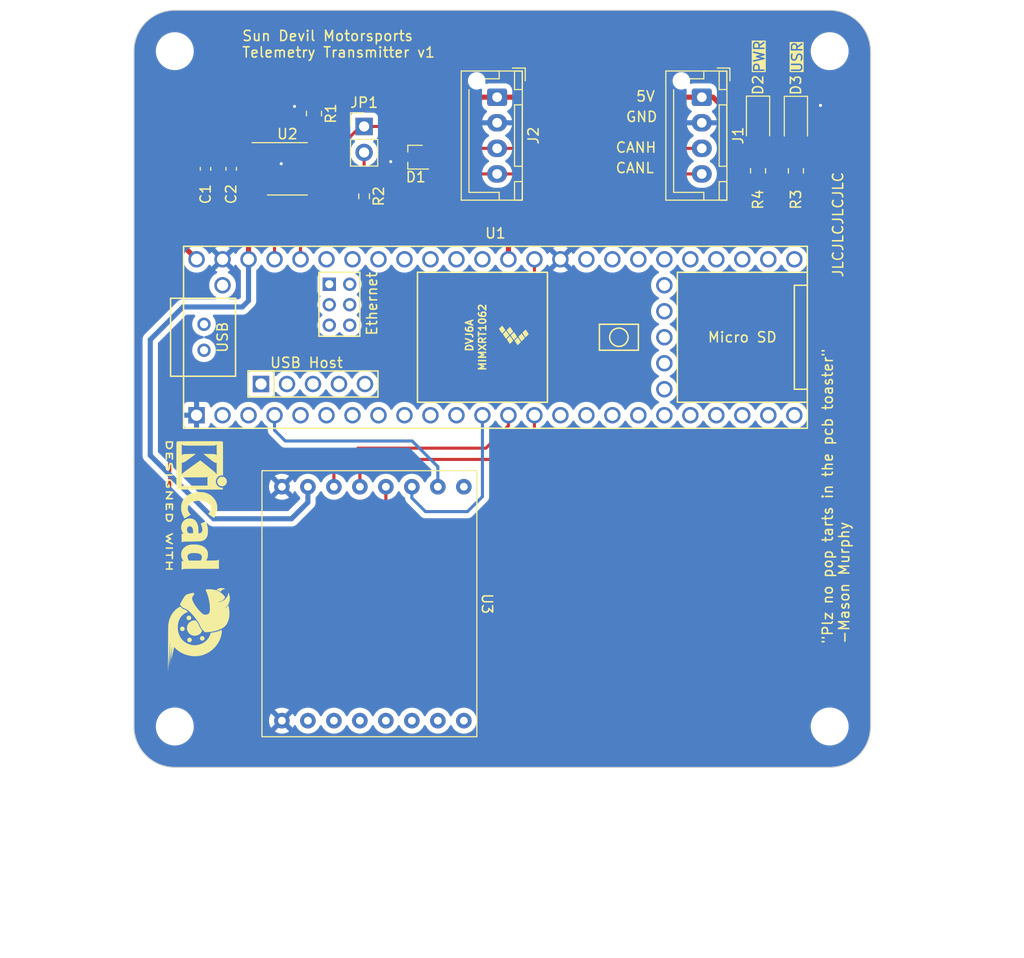
<source format=kicad_pcb>
(kicad_pcb (version 20221018) (generator pcbnew)
  (title_block (title "SDM-24 Telemetry Board") (date "2023-12-19") (rev "v1"))
  (layers (0 "F.Cu" signal) (31 "B.Cu" signal) (34 "B.Paste" user) (35 "F.Paste" user) (36 "B.SilkS" user "B.Silkscreen") (37 "F.SilkS" user "F.Silkscreen") (38 "B.Mask" user) (39 "F.Mask" user) (44 "Edge.Cuts" user))
  (net 0 "")
  (net 1 "+3.3V")
  (net 2 "GND")
  (net 3 "/CANH")
  (net 4 "/CANL")
  (net 5 "+5V")
  (net 6 "Net-(JP1-B)")
  (net 7 "/CAN_Rs")
  (net 14 "/CRX1")
  (net 15 "/CTX1")
  (net 23 "/CE")
  (net 39 "/PWR_LED")
  (net 44 "/USR_LED_RSTR")
  (net 70 "/USER_LED")
  (net 74 "/CS")
  (net 75 "/MOSI")
  (net 76 "/MISO")
  (net 79 "/SCK")
  (footprint "Capacitor_SMD:C_0603_1608Metric" (layer "F.Cu") (at 112.51 74.5 90)
    (fp_text reference "C2" (at -2.475 -0.01 90) (layer "F.SilkS"))
    (fp_text value "100nF")
    (pad "1" smd roundrect (at -0.775 0 90) (size 0.9 0.95) (layers "F.Cu" "F.Paste" "F.Mask") (net 1 "+3.3V"))
    (pad "2" smd roundrect (at 0.775 0 90) (size 0.9 0.95) (layers "F.Cu" "F.Paste" "F.Mask") (net 2 "GND"))
  )
  (footprint "MountingHole:MountingHole_3.2mm_M3" (layer "F.Cu") (at 171 129)
    (fp_text reference "H3" hide)
    (fp_text value "M3")
    (pad "" np_thru_hole circle (at 0 0) (size 3.2 3.2) (drill 3.2) (layers "*.Cu" "*.Mask"))
  )
  (footprint "LED_SMD:LED_1206_3216Metric" (layer "F.Cu") (at 164 69.6775 -90)
    (fp_text reference "D2" (at -3.3775 0 90) (layer "F.SilkS"))
    (fp_text value "RED")
    (pad "1" smd roundrect (at -1.4 0 270) (size 1.25 1.75) (layers "F.Cu" "F.Paste" "F.Mask") (roundrect_rratio 0.2) (net 2 "GND"))
    (pad "2" smd roundrect (at 1.4 0 270) (size 1.25 1.75) (layers "F.Cu" "F.Paste" "F.Mask") (roundrect_rratio 0.2) (net 39 "/PWR_LED"))
  )
  (footprint "Resistor_SMD:R_0805_2012Metric" (layer "F.Cu") (at 164 74.6875 90)
    (fp_text reference "R4" (at -2.8125 0 90) (layer "F.SilkS"))
    (fp_text value "220")
    (pad "1" smd roundrect (at -0.9125 0 90) (size 1.025 1.4) (layers "F.Cu" "F.Paste" "F.Mask") (roundrect_rratio 0.243902) (net 5 "+5V"))
    (pad "2" smd roundrect (at 0.9125 0 90) (size 1.025 1.4) (layers "F.Cu" "F.Paste" "F.Mask") (roundrect_rratio 0.243902) (net 39 "/PWR_LED"))
  )
  (footprint "Connector_JST:JST_XH_B4B-XH-AM_1x04_P2.50mm_Vertical" (layer "F.Cu") (at 158.5 67.5 -90)
    (fp_text reference "J1" (at 3.75 -3.55 90) (layer "F.SilkS"))
    (fp_text value "CAN")
    (pad "" np_thru_hole circle (at -1.6 2 270) (size 1.2 1.2) (drill 1.2) (layers "*.Cu" "*.Mask"))
    (pad "1" thru_hole roundrect (at 0 0 270) (size 1.7 1.95) (drill 0.95) (layers "*.Cu" "*.Mask") (roundrect_rratio 0.147059) (net 5 "+5V"))
    (pad "2" thru_hole oval (at 2.5 0 270) (size 1.7 1.95) (drill 0.95) (layers "*.Cu" "*.Mask") (net 2 "GND"))
    (pad "3" thru_hole oval (at 5 0 270) (size 1.7 1.95) (drill 0.95) (layers "*.Cu" "*.Mask") (net 3 "/CANH"))
    (pad "4" thru_hole oval (at 7.5 0 270) (size 1.7 1.95) (drill 0.95) (layers "*.Cu" "*.Mask") (net 4 "/CANL"))
  )
  (footprint "Package_SO:SOIC-8_3.9x4.9mm_P1.27mm" (layer "F.Cu") (at 118 74.5)
    (fp_text reference "U2" (at 0 -3.4) (layer "F.SilkS"))
    (fp_text value "SN65HVD230")
    (pad "1" smd roundrect (at -2.475 -1.905) (size 1.95 0.6) (layers "F.Cu" "F.Paste" "F.Mask") (net 15 "/CTX1"))
    (pad "2" smd roundrect (at -2.475 -0.635) (size 1.95 0.6) (layers "F.Cu" "F.Paste" "F.Mask") (net 2 "GND"))
    (pad "3" smd roundrect (at -2.475 0.635) (size 1.95 0.6) (layers "F.Cu" "F.Paste" "F.Mask") (net 1 "+3.3V"))
    (pad "4" smd roundrect (at -2.475 1.905) (size 1.95 0.6) (layers "F.Cu" "F.Paste" "F.Mask") (net 14 "/CRX1"))
    (pad "5" smd roundrect (at 2.475 1.905) (size 1.95 0.6) (layers "F.Cu" "F.Paste" "F.Mask"))
    (pad "6" smd roundrect (at 2.475 0.635) (size 1.95 0.6) (layers "F.Cu" "F.Paste" "F.Mask") (net 4 "/CANL"))
    (pad "7" smd roundrect (at 2.475 -0.635) (size 1.95 0.6) (layers "F.Cu" "F.Paste" "F.Mask") (net 3 "/CANH"))
    (pad "8" smd roundrect (at 2.475 -1.905) (size 1.95 0.6) (layers "F.Cu" "F.Paste" "F.Mask") (net 7 "/CAN_Rs"))
  )
  (footprint "LOGO" (layer "F.Cu") (at 109.1 119.3 -90)
    (fp_text reference "G***" hide)
    (fp_text value "LOGO" hide)
  )
  (footprint "Resistor_SMD:R_0805_2012Metric" (layer "F.Cu") (at 167.7 74.7 90)
    (fp_text reference "R3" (at -2.8 0 90) (layer "F.SilkS"))
    (fp_text value "500")
    (pad "1" smd roundrect (at -0.9125 0 90) (size 1.025 1.4) (layers "F.Cu" "F.Paste" "F.Mask") (roundrect_rratio 0.243902) (net 70 "/USER_LED"))
    (pad "2" smd roundrect (at 0.9125 0 90) (size 1.025 1.4) (layers "F.Cu" "F.Paste" "F.Mask") (roundrect_rratio 0.243902) (net 44 "/USR_LED_RSTR"))
  )
  (footprint "MountingHole:MountingHole_3.2mm_M3" (layer "F.Cu") (at 107 63)
    (fp_text reference "H1" hide)
    (fp_text value "M3")
    (pad "" np_thru_hole circle (at 0 0) (size 3.2 3.2) (drill 3.2) (layers "*.Cu" "*.Mask"))
  )
  (footprint "Connector_JST:JST_XH_B4B-XH-AM_1x04_P2.50mm_Vertical" (layer "F.Cu") (at 138.5 67.5 -90)
    (fp_text reference "J2" (at 3.75 -3.55 90) (layer "F.SilkS"))
    (fp_text value "CAN_DaisyChain")
    (pad "" np_thru_hole circle (at -1.6 2 270) (size 1.2 1.2) (drill 1.2) (layers "*.Cu" "*.Mask"))
    (pad "1" thru_hole roundrect (at 0 0 270) (size 1.7 1.95) (drill 0.95) (layers "*.Cu" "*.Mask") (roundrect_rratio 0.147059) (net 5 "+5V"))
    (pad "2" thru_hole oval (at 2.5 0 270) (size 1.7 1.95) (drill 0.95) (layers "*.Cu" "*.Mask") (net 2 "GND"))
    (pad "3" thru_hole oval (at 5 0 270) (size 1.7 1.95) (drill 0.95) (layers "*.Cu" "*.Mask") (net 3 "/CANH"))
    (pad "4" thru_hole oval (at 7.5 0 270) (size 1.7 1.95) (drill 0.95) (layers "*.Cu" "*.Mask") (net 4 "/CANL"))
  )
  (footprint "Package_TO_SOT_SMD:SOT-323_SC-70" (layer "F.Cu") (at 130.5 73.36 180)
    (fp_text reference "D1" (at -0.05 -1.95) (layer "F.SilkS"))
    (fp_text value "ESDCAN")
    (pad "1" smd rect (at -1 -0.65 90) (size 0.45 0.7) (layers "F.Cu" "F.Paste" "F.Mask") (net 4 "/CANL"))
    (pad "2" smd rect (at -1 0.65 90) (size 0.45 0.7) (layers "F.Cu" "F.Paste" "F.Mask") (net 3 "/CANH"))
    (pad "3" smd rect (at 1 0 90) (size 0.45 0.7) (layers "F.Cu" "F.Paste" "F.Mask") (net 2 "GND"))
  )
  (footprint "Capacitor_SMD:C_0603_1608Metric" (layer "F.Cu") (at 110 74.5 90)
    (fp_text reference "C1" (at -2.475 0 90) (layer "F.SilkS"))
    (fp_text value "100nF")
    (pad "1" smd roundrect (at -0.775 0 90) (size 0.9 0.95) (layers "F.Cu" "F.Paste" "F.Mask") (net 1 "+3.3V"))
    (pad "2" smd roundrect (at 0.775 0 90) (size 0.9 0.95) (layers "F.Cu" "F.Paste" "F.Mask") (net 2 "GND"))
  )
  (footprint "Symbol:KiCad-Logo2_5mm_SilkScreen" (layer "F.Cu") (at 109.1 107.4 -90)
    (fp_text reference "REF**" hide)
    (fp_text value "KiCad-Logo2_5mm_SilkScreen" hide)
  )
  (footprint "Connector_PinHeader_2.54mm:PinHeader_1x02_P2.54mm_Vertical" (layer "F.Cu") (at 125.5 70.36)
    (fp_text reference "JP1" (at 0 -2.33) (layer "F.SilkS"))
    (fp_text value "Bus Termination")
    (pad "1" thru_hole rect (at 0 0) (size 1.7 1.7) (drill 1) (layers "*.Cu" "*.Mask") (net 3 "/CANH"))
    (pad "2" thru_hole oval (at 0 2.54) (size 1.7 1.7) (drill 1) (layers "*.Cu" "*.Mask") (net 6 "Net-(JP1-B)"))
  )
  (footprint "Resistor_SMD:R_0805_2012Metric" (layer "F.Cu") (at 120.6 69.1 -90)
    (fp_text reference "R1" (at 0 -1.65 90) (layer "F.SilkS"))
    (fp_text value "10k")
    (pad "1" smd roundrect (at -0.9125 0 270) (size 1.025 1.4) (layers "F.Cu" "F.Paste" "F.Mask") (roundrect_rratio 0.243902) (net 2 "GND"))
    (pad "2" smd roundrect (at 0.9125 0 270) (size 1.025 1.4) (layers "F.Cu" "F.Paste" "F.Mask") (roundrect_rratio 0.243902) (net 7 "/CAN_Rs"))
  )
  (footprint "MountingHole:MountingHole_3.2mm_M3" (layer "F.Cu") (at 171 63)
    (fp_text reference "H4" hide)
    (fp_text value "M3")
    (pad "" np_thru_hole circle (at 0 0) (size 3.2 3.2) (drill 3.2) (layers "*.Cu" "*.Mask"))
  )
  (footprint "LED_SMD:LED_1206_3216Metric" (layer "F.Cu") (at 167.7 69.7 -90)
    (fp_text reference "D3" (at -3.3775 0 90) (layer "F.SilkS"))
    (fp_text value "GREEN")
    (pad "1" smd roundrect (at -1.4 0 270) (size 1.25 1.75) (layers "F.Cu" "F.Paste" "F.Mask") (roundrect_rratio 0.2) (net 2 "GND"))
    (pad "2" smd roundrect (at 1.4 0 270) (size 1.25 1.75) (layers "F.Cu" "F.Paste" "F.Mask") (roundrect_rratio 0.2) (net 44 "/USR_LED_RSTR"))
  )
  (footprint "MountingHole:MountingHole_3.2mm_M3" (layer "F.Cu") (at 107 129)
    (fp_text reference "H2" hide)
    (fp_text value "M3")
    (pad "" np_thru_hole circle (at 0 0) (size 3.2 3.2) (drill 3.2) (layers "*.Cu" "*.Mask"))
  )
  (footprint "Resistor_SMD:R_0603_1608Metric" (layer "F.Cu") (at 125.5 77.185 -90)
    (fp_text reference "R2" (at 0 -1.43 90) (layer "F.SilkS"))
    (fp_text value "120")
    (pad "1" smd roundrect (at -0.825 0 270) (size 0.8 0.95) (layers "F.Cu" "F.Paste" "F.Mask") (net 6 "Net-(JP1-B)"))
    (pad "2" smd roundrect (at 0.825 0 270) (size 0.8 0.95) (layers "F.Cu" "F.Paste" "F.Mask") (net 4 "/CANL"))
  )
  (footprint "Library:nrf24L01-click" (layer "F.Cu") (at 136.5175 117 -90)
    (fp_text reference "U3" (at 0 -1 -90 unlocked) (layer "F.SilkS"))
    (fp_text value "~")
    (pad "1" thru_hole circle (at -11.43 1.27 270) (size 1.524 1.524) (drill 0.762) (layers "*.Cu" "*.Mask"))
    (pad "2" thru_hole circle (at -11.43 3.81 270) (size 1.524 1.524) (drill 0.762) (layers "*.Cu" "*.Mask") (net 23 "/CE"))
    (pad "3" thru_hole circle (at -11.43 6.35 270) (size 1.524 1.524) (drill 0.762) (layers "*.Cu" "*.Mask") (net 74 "/CS"))
    (pad "4" thru_hole circle (at -11.43 8.89 270) (size 1.524 1.524) (drill 0.762) (layers "*.Cu" "*.Mask") (net 79 "/SCK"))
    (pad "5" thru_hole circle (at -11.43 11.43 270) (size 1.524 1.524) (drill 0.762) (layers "*.Cu" "*.Mask") (net 76 "/MISO"))
    (pad "6" thru_hole circle (at -11.43 13.97 270) (size 1.524 1.524) (drill 0.762) (layers "*.Cu" "*.Mask") (net 75 "/MOSI"))
    (pad "7" thru_hole circle (at -11.43 16.51 270) (size 1.524 1.524) (drill 0.762) (layers "*.Cu" "*.Mask") (net 1 "+3.3V"))
    (pad "8" thru_hole circle (at -11.43 19.05 270) (size 1.524 1.524) (drill 0.762) (layers "*.Cu" "*.Mask") (net 2 "GND"))
    (pad "9" thru_hole circle (at 11.43 19.05 270) (size 1.524 1.524) (drill 0.762) (layers "*.Cu" "*.Mask") (net 2 "GND"))
    (pad "10" thru_hole circle (at 11.43 16.51 270) (size 1.524 1.524) (drill 0.762) (layers "*.Cu" "*.Mask"))
    (pad "11" thru_hole circle (at 11.43 13.97 270) (size 1.524 1.524) (drill 0.762) (layers "*.Cu" "*.Mask"))
    (pad "12" thru_hole circle (at 11.43 11.43 270) (size 1.524 1.524) (drill 0.762) (layers "*.Cu" "*.Mask"))
    (pad "13" thru_hole circle (at 11.43 8.89 270) (size 1.524 1.524) (drill 0.762) (layers "*.Cu" "*.Mask"))
    (pad "14" thru_hole circle (at 11.43 6.35 270) (size 1.524 1.524) (drill 0.762) (layers "*.Cu" "*.Mask"))
    (pad "15" thru_hole circle (at 11.43 3.81 270) (size 1.524 1.524) (drill 0.762) (layers "*.Cu" "*.Mask"))
    (pad "16" thru_hole circle (at 11.43 1.27 270) (size 1.524 1.524) (drill 0.762) (layers "*.Cu" "*.Mask"))
  )
  (footprint "Teensy:Teensy41" (layer "F.Cu") (at 138.335 90.96)
    (fp_text reference "U1" (at 0 -10.16) (layer "F.SilkS"))
    (fp_text value "Teensy4.1")
    (fp_text user "Ethernet" (at -12.065 -3.2766 90) (layer "F.SilkS"))
    (fp_text user "DVJ6A" (at -2.54 -0.18 -90) (layer "F.SilkS") (effects (font (size 0.7 0.7))))
    (fp_text user "Micro SD" (at 24.13 0) (layer "F.SilkS"))
    (fp_text user "USB Host" (at -18.4658 2.4892) (layer "F.SilkS"))
    (fp_text user "USB" (at -26.67 0 270) (layer "F.SilkS"))
    (fp_text user "MIMXRT1062" (at -1.27 0 -90) (layer "F.SilkS") (effects (font (size 0.7 0.7))))
    (pad "1" thru_hole rect (at -29.21 7.62) (size 1.6 1.6) (drill 1.1) (layers "*.Cu" "*.Mask") (net 2 "GND"))
    (pad "2" thru_hole circle (at -26.67 7.62) (size 1.6 1.6) (drill 1.1) (layers "*.Cu" "*.Mask"))
    (pad "3" thru_hole circle (at -24.13 7.62) (size 1.6 1.6) (drill 1.1) (layers "*.Cu" "*.Mask"))
    (pad "4" thru_hole circle (at -21.59 7.62) (size 1.6 1.6) (drill 1.1) (layers "*.Cu" "*.Mask") (net 23 "/CE"))
    (pad "5" thru_hole circle (at -19.05 7.62) (size 1.6 1.6) (drill 1.1) (layers "*.Cu" "*.Mask"))
    (pad "6" thru_hole circle (at -16.51 7.62) (size 1.6 1.6) (drill 1.1) (layers "*.Cu" "*.Mask"))
    (pad "7" thru_hole circle (at -13.97 7.62) (size 1.6 1.6) (drill 1.1) (layers "*.Cu" "*.Mask"))
    (pad "8" thru_hole circle (at -11.43 7.62) (size 1.6 1.6) (drill 1.1) (layers "*.Cu" "*.Mask"))
    (pad "9" thru_hole circle (at -8.89 7.62) (size 1.6 1.6) (drill 1.1) (layers "*.Cu" "*.Mask"))
    (pad "10" thru_hole circle (at -6.35 7.62) (size 1.6 1.6) (drill 1.1) (layers "*.Cu" "*.Mask"))
    (pad "11" thru_hole circle (at -3.81 7.62) (size 1.6 1.6) (drill 1.1) (layers "*.Cu" "*.Mask"))
    (pad "12" thru_hole circle (at -1.27 7.62) (size 1.6 1.6) (drill 1.1) (layers "*.Cu" "*.Mask") (net 74 "/CS"))
    (pad "13" thru_hole circle (at 1.27 7.62) (size 1.6 1.6) (drill 1.1) (layers "*.Cu" "*.Mask") (net 75 "/MOSI"))
    (pad "14" thru_hole circle (at 3.81 7.62) (size 1.6 1.6) (drill 1.1) (layers "*.Cu" "*.Mask") (net 76 "/MISO"))
    (pad "15" thru_hole circle (at 6.35 7.62) (size 1.6 1.6) (drill 1.1) (layers "*.Cu" "*.Mask"))
    (pad "16" thru_hole circle (at 8.89 7.62) (size 1.6 1.6) (drill 1.1) (layers "*.Cu" "*.Mask"))
    (pad "17" thru_hole circle (at 11.43 7.62) (size 1.6 1.6) (drill 1.1) (layers "*.Cu" "*.Mask"))
    (pad "18" thru_hole circle (at 13.97 7.62) (size 1.6 1.6) (drill 1.1) (layers "*.Cu" "*.Mask"))
    (pad "19" thru_hole circle (at 16.51 7.62) (size 1.6 1.6) (drill 1.1) (layers "*.Cu" "*.Mask"))
    (pad "20" thru_hole circle (at 19.05 7.62) (size 1.6 1.6) (drill 1.1) (layers "*.Cu" "*.Mask"))
    (pad "21" thru_hole circle (at 21.59 7.62) (size 1.6 1.6) (drill 1.1) (layers "*.Cu" "*.Mask"))
    (pad "22" thru_hole circle (at 24.13 7.62) (size 1.6 1.6) (drill 1.1) (layers "*.Cu" "*.Mask"))
    (pad "23" thru_hole circle (at 26.67 7.62) (size 1.6 1.6) (drill 1.1) (layers "*.Cu" "*.Mask"))
    (pad "24" thru_hole circle (at 29.21 7.62) (size 1.6 1.6) (drill 1.1) (layers "*.Cu" "*.Mask"))
    (pad "25" thru_hole circle (at 29.21 -7.62) (size 1.6 1.6) (drill 1.1) (layers "*.Cu" "*.Mask"))
    (pad "26" thru_hole circle (at 26.67 -7.62) (size 1.6 1.6) (drill 1.1) (layers "*.Cu" "*.Mask"))
    (pad "27" thru_hole circle (at 24.13 -7.62) (size 1.6 1.6) (drill 1.1) (layers "*.Cu" "*.Mask"))
    (pad "28" thru_hole circle (at 21.59 -7.62) (size 1.6 1.6) (drill 1.1) (layers "*.Cu" "*.Mask"))
    (pad "29" thru_hole circle (at 19.05 -7.62) (size 1.6 1.6) (drill 1.1) (layers "*.Cu" "*.Mask"))
    (pad "30" thru_hole circle (at 16.51 -7.62) (size 1.6 1.6) (drill 1.1) (layers "*.Cu" "*.Mask"))
    (pad "31" thru_hole circle (at 13.97 -7.62) (size 1.6 1.6) (drill 1.1) (layers "*.Cu" "*.Mask"))
    (pad "32" thru_hole circle (at 11.43 -7.62) (size 1.6 1.6) (drill 1.1) (layers "*.Cu" "*.Mask"))
    (pad "33" thru_hole circle (at 8.89 -7.62) (size 1.6 1.6) (drill 1.1) (layers "*.Cu" "*.Mask"))
    (pad "34" thru_hole circle (at 6.35 -7.62) (size 1.6 1.6) (drill 1.1) (layers "*.Cu" "*.Mask") (net 2 "GND"))
    (pad "35" thru_hole circle (at 3.81 -7.62) (size 1.6 1.6) (drill 1.1) (layers "*.Cu" "*.Mask") (net 79 "/SCK"))
    (pad "36" thru_hole circle (at 1.27 -7.62) (size 1.6 1.6) (drill 1.1) (layers "*.Cu" "*.Mask") (net 70 "/USER_LED"))
    (pad "37" thru_hole circle (at -1.27 -7.62) (size 1.6 1.6) (drill 1.1) (layers "*.Cu" "*.Mask"))
    (pad "38" thru_hole circle (at -3.81 -7.62) (size 1.6 1.6) (drill 1.1) (layers "*.Cu" "*.Mask"))
    (pad "39" thru_hole circle (at -6.35 -7.62) (size 1.6 1.6) (drill 1.1) (layers "*.Cu" "*.Mask"))
    (pad "40" thru_hole circle (at -8.89 -7.62) (size 1.6 1.6) (drill 1.1) (layers "*.Cu" "*.Mask"))
    (pad "41" thru_hole circle (at -11.43 -7.62) (size 1.6 1.6) (drill 1.1) (layers "*.Cu" "*.Mask"))
    (pad "42" thru_hole circle (at -13.97 -7.62) (size 1.6 1.6) (drill 1.1) (layers "*.Cu" "*.Mask"))
    (pad "43" thru_hole circle (at -16.51 -7.62) (size 1.6 1.6) (drill 1.1) (layers "*.Cu" "*.Mask"))
    (pad "44" thru_hole circle (at -19.05 -7.62) (size 1.6 1.6) (drill 1.1) (layers "*.Cu" "*.Mask") (net 15 "/CTX1"))
    (pad "45" thru_hole circle (at -21.59 -7.62) (size 1.6 1.6) (drill 1.1) (layers "*.Cu" "*.Mask") (net 14 "/CRX1"))
    (pad "46" thru_hole circle (at -24.13 -7.62) (size 1.6 1.6) (drill 1.1) (layers "*.Cu" "*.Mask") (net 1 "+3.3V"))
    (pad "47" thru_hole circle (at -26.67 -7.62) (size 1.6 1.6) (drill 1.1) (layers "*.Cu" "*.Mask") (net 2 "GND"))
    (pad "48" thru_hole circle (at -29.21 -7.62) (size 1.6 1.6) (drill 1.1) (layers "*.Cu" "*.Mask") (net 5 "+5V"))
    (pad "49" thru_hole circle (at -26.67 -5.08) (size 1.6 1.6) (drill 1.1) (layers "*.Cu" "*.Mask"))
    (pad "50" thru_hole circle (at 16.51 5.08) (size 1.6 1.6) (drill 1.1) (layers "*.Cu" "*.Mask"))
    (pad "51" thru_hole circle (at 16.51 2.54) (size 1.6 1.6) (drill 1.1) (layers "*.Cu" "*.Mask"))
    (pad "52" thru_hole circle (at 16.51 0) (size 1.6 1.6) (drill 1.1) (layers "*.Cu" "*.Mask"))
    (pad "53" thru_hole circle (at 16.51 -2.54) (size 1.6 1.6) (drill 1.1) (layers "*.Cu" "*.Mask"))
    (pad "54" thru_hole circle (at 16.51 -5.08) (size 1.6 1.6) (drill 1.1) (layers "*.Cu" "*.Mask"))
    (pad "55" thru_hole rect (at -22.9108 4.5692) (size 1.6 1.6) (drill 1.1) (layers "*.Cu" "*.Mask"))
    (pad "56" thru_hole circle (at -20.3708 4.5692) (size 1.6 1.6) (drill 1.1) (layers "*.Cu" "*.Mask"))
    (pad "57" thru_hole circle (at -17.8308 4.5692) (size 1.6 1.6) (drill 1.1) (layers "*.Cu" "*.Mask"))
    (pad "58" thru_hole circle (at -15.2908 4.5692) (size 1.6 1.6) (drill 1.1) (layers "*.Cu" "*.Mask"))
    (pad "59" thru_hole circle (at -12.7508 4.5692) (size 1.6 1.6) (drill 1.1) (layers "*.Cu" "*.Mask"))
    (pad "60" thru_hole rect (at -16.24 -5.1816) (size 1.3 1.3) (drill 0.8) (layers "*.Cu" "*.Mask"))
    (pad "61" thru_hole circle (at -16.24 -3.1816) (size 1.3 1.3) (drill 0.8) (layers "*.Cu" "*.Mask"))
    (pad "62" thru_hole circle (at -16.24 -1.1816) (size 1.3 1.3) (drill 0.8) (layers "*.Cu" "*.Mask"))
    (pad "63" thru_hole circle (at -14.24 -1.1816) (size 1.3 1.3) (drill 0.8) (layers "*.Cu" "*.Mask"))
    (pad "64" thru_hole circle (at -14.24 -3.1816) (size 1.3 1.3) (drill 0.8) (layers "*.Cu" "*.Mask"))
    (pad "65" thru_hole circle (at -14.24 -5.1816) (size 1.3 1.3) (drill 0.8) (layers "*.Cu" "*.Mask"))
    (pad "66" thru_hole circle (at -28.48 -1.27) (size 1.3 1.3) (drill 0.8) (layers "*.Cu" "*.Mask"))
    (pad "67" thru_hole circle (at -28.48 1.27) (size 1.3 1.3) (drill 0.8) (layers "*.Cu" "*.Mask"))
  )
  (gr_arc (start 171 59) (mid 173.828427 60.171573) (end 175 63) (stroke (width 0.1)) (layer "Edge.Cuts"))
  (gr_line (start 103 129) (end 103 63) (stroke (width 0.1)) (layer "Edge.Cuts"))
  (gr_line (start 171 133) (end 107 133) (stroke (width 0.1)) (layer "Edge.Cuts"))
  (gr_line (start 175 63) (end 175 129) (stroke (width 0.1)) (layer "Edge.Cuts"))
  (gr_line (start 107 59) (end 171 59) (stroke (width 0.1)) (layer "Edge.Cuts"))
  (gr_arc (start 103 63) (mid 104.171573 60.171573) (end 107 59) (stroke (width 0.1)) (layer "Edge.Cuts"))
  (gr_arc (start 175 129) (mid 173.828427 131.828427) (end 171 133) (stroke (width 0.1)) (layer "Edge.Cuts"))
  (gr_arc (start 107 133) (mid 104.171573 131.828427) (end 103 129) (stroke (width 0.1)) (layer "Edge.Cuts"))
  (gr_text "JLCJLCJLCJLC" (at 172.4 85.2 90) (layer "F.SilkS") (effects (font (size 1 1)) (justify left bottom)))
  (gr_text "CANL" (at 150 75) (layer "F.SilkS") (effects (font (size 1 1)) (justify left bottom)))
  (gr_text "CANH" (at 150 73) (layer "F.SilkS") (effects (font (size 1 1)) (justify left bottom)))
  (gr_text "PWR" (at 164.7 65.2 90) (layer "F.SilkS" knockout) (effects (font (size 1 1)) (justify left bottom)))
  (gr_text "USR" (at 168.4 65.2 90) (layer "F.SilkS" knockout) (effects (font (size 1 1)) (justify left bottom)))
  (gr_text "{dblquote}Plz no pop tarts in the pcb toaster{dblquote}\n-Mason Murphy" (at 173 121 90) (layer "F.SilkS") (effects (font (size 1 1)) (justify left bottom)))
  (gr_text "Sun Devil Motorsports\nTelemetry Transmitter v1" (at 113.5 63.7) (layer "F.SilkS") (effects (font (size 1 1)) (justify left bottom)))
  (gr_text "GND" (at 151 70) (layer "F.SilkS") (effects (font (size 1 1)) (justify left bottom)))
  (gr_text "5V" (at 152 68) (layer "F.SilkS") (effects (font (size 1 1)) (justify left bottom)))
  (segment (start 110.1 79.6) (end 108.4 77.9) (width 0.5) (layer "F.Cu") (net 1))
  (segment (start 114.205 83.34) (end 114.205 81.505) (width 0.5) (layer "F.Cu") (net 1))
  (segment (start 114.205 81.505) (end 112.3 79.6) (width 0.5) (layer "F.Cu") (net 1))
  (segment (start 108.4 77.9) (end 108.4 75.8) (width 0.5) (layer "F.Cu") (net 1))
  (segment (start 110 75.275) (end 112.51 75.275) (width 0.5) (layer "F.Cu") (net 1))
  (segment (start 108.4 75.8) (end 108.925 75.275) (width 0.5) (layer "F.Cu") (net 1))
  (segment (start 113.765 75.135) (end 115.525 75.135) (width 0.5) (layer "F.Cu") (net 1))
  (segment (start 108.925 75.275) (end 110 75.275) (width 0.5) (layer "F.Cu") (net 1))
  (segment (start 112.51 75.275) (end 113.625 75.275) (width 0.5) (layer "F.Cu") (net 1))
  (segment (start 113.625 75.275) (end 113.765 75.135) (width 0.5) (layer "F.Cu") (net 1))
  (segment (start 112.3 79.6) (end 110.1 79.6) (width 0.5) (layer "F.Cu") (net 1))
  (segment (start 114.205 87.395) (end 113.6 88) (width 0.5) (layer "B.Cu") (net 1))
  (segment (start 118.4 108.7) (end 120.0075 107.0925) (width 0.5) (layer "B.Cu") (net 1))
  (segment (start 104.6 102.5) (end 110.8 108.7) (width 0.5) (layer "B.Cu") (net 1))
  (segment (start 104.6 91.2) (end 104.6 102.5) (width 0.5) (layer "B.Cu") (net 1))
  (segment (start 107.8 88) (end 104.6 91.2) (width 0.5) (layer "B.Cu") (net 1))
  (segment (start 113.6 88) (end 107.8 88) (width 0.5) (layer "B.Cu") (net 1))
  (segment (start 120.0075 107.0925) (end 120.0075 105.57) (width 0.5) (layer "B.Cu") (net 1))
  (segment (start 110.8 108.7) (end 118.4 108.7) (width 0.5) (layer "B.Cu") (net 1))
  (segment (start 114.205 83.34) (end 114.205 87.395) (width 0.5) (layer "B.Cu") (net 1))
  (segment (start 164 68.2775) (end 167.6775 68.2775) (width 0.5) (layer "F.Cu") (net 2))
  (segment (start 110 73.725) (end 112.51 73.725) (width 0.5) (layer "F.Cu") (net 2))
  (segment (start 167.7 68.3) (end 170.1 68.3) (width 0.5) (layer "F.Cu") (net 2))
  (segment (start 112.51 73.725) (end 113.525 73.725) (width 0.5) (layer "F.Cu") (net 2))
  (segment (start 113.665 73.865) (end 115.525 73.865) (width 0.5) (layer "F.Cu") (net 2))
  (segment (start 113.525 73.725) (end 113.665 73.865) (width 0.5) (layer "F.Cu") (net 2))
  (segment (start 167.6775 68.2775) (end 167.7 68.3) (width 0.5) (layer "F.Cu") (net 2))
  (segment (start 115.525 73.865) (end 117.265 73.865) (width 0.5) (layer "F.Cu") (net 2))
  (segment (start 120.6 68.1875) (end 118.9125 68.1875) (width 0.5) (layer "F.Cu") (net 2))
  (segment (start 117.265 73.865) (end 117.4 74) (width 0.5) (layer "F.Cu") (net 2))
  (segment (start 128.54 73.36) (end 128.1 73.8) (width 0.3) (layer "F.Cu") (net 2))
  (segment (start 129.5 73.36) (end 128.54 73.36) (width 0.3) (layer "F.Cu") (net 2))
  (segment (start 118.9125 68.1875) (end 118.7 68.4) (width 0.5) (layer "F.Cu") (net 2))
  (via (at 118.7 68.4) (size 0.7) (drill 0.3) (layers "F.Cu" "B.Cu") (net 2))
  (via (at 128.1 73.8) (size 0.7) (drill 0.3) (layers "F.Cu" "B.Cu") (net 2))
  (via (at 117.4 74) (size 0.7) (drill 0.3) (layers "F.Cu" "B.Cu") (net 2))
  (via (at 170.1 68.3) (size 0.7) (drill 0.3) (layers "F.Cu" "B.Cu") (net 2))
  (segment (start 121.635 73.865) (end 125.14 70.36) (width 0.3) (layer "F.Cu") (net 3))
  (segment (start 133.09 72.71) (end 131.5 72.71) (width 0.3) (layer "F.Cu") (net 3))
  (segment (start 128.36 70.36) (end 125.5 70.36) (width 0.3) (layer "F.Cu") (net 3))
  (segment (start 120.475 73.865) (end 121.635 73.865) (width 0.3) (layer "F.Cu") (net 3))
  (segment (start 131.5 72.71) (end 130.71 72.71) (width 0.3) (layer "F.Cu") (net 3))
  (segment (start 125.14 70.36) (end 125.5 70.36) (width 0.3) (layer "F.Cu") (net 3))
  (segment (start 133.3 72.5) (end 133.09 72.71) (width 0.3) (layer "F.Cu") (net 3))
  (segment (start 138.5 72.5) (end 133.3 72.5) (width 0.3) (layer "F.Cu") (net 3))
  (segment (start 130.71 72.71) (end 128.36 70.36) (width 0.3) (layer "F.Cu") (net 3))
  (segment (start 138.5 72.5) (end 158.5 72.5) (width 0.3) (layer "F.Cu") (net 3))
  (segment (start 124.61 78.01) (end 125.5 78.01) (width 0.3) (layer "F.Cu") (net 4))
  (segment (start 131.5 74.01) (end 133.01 74.01) (width 0.3) (layer "F.Cu") (net 4))
  (segment (start 134 75) (end 138.5 75) (width 0.3) (layer "F.Cu") (net 4))
  (segment (start 125.5 78.01) (end 126.29 78.01) (width 0.3) (layer "F.Cu") (net 4))
  (segment (start 126.29 78.01) (end 130.29 74.01) (width 0.3) (layer "F.Cu") (net 4))
  (segment (start 133.01 74.01) (end 134 75) (width 0.3) (layer "F.Cu") (net 4))
  (segment (start 158.5 75) (end 138.5 75) (width 0.3) (layer "F.Cu") (net 4))
  (segment (start 120.475 75.135) (end 121.735 75.135) (width 0.3) (layer "F.Cu") (net 4))
  (segment (start 130.29 74.01) (end 131.5 74.01) (width 0.3) (layer "F.Cu") (net 4))
  (segment (start 121.735 75.135) (end 124.61 78.01) (width 0.3) (layer "F.Cu") (net 4))
  (segment (start 161.7 74.4) (end 161.7 69.6) (width 0.5) (layer "F.Cu") (net 5))
  (segment (start 131.9 66.3) (end 133.1 67.5) (width 0.5) (layer "F.Cu") (net 5))
  (segment (start 138.5 67.5) (end 158.5 67.5) (width 0.5) (layer "F.Cu") (net 5))
  (segment (start 106.2 74.7) (end 114.6 66.3) (width 0.5) (layer "F.Cu") (net 5))
  (segment (start 133.1 67.5) (end 138.5 67.5) (width 0.5) (layer "F.Cu") (net 5))
  (segment (start 114.6 66.3) (end 131.9 66.3) (width 0.5) (layer "F.Cu") (net 5))
  (segment (start 164 75.6) (end 162.9 75.6) (width 0.5) (layer "F.Cu") (net 5))
  (segment (start 109.125 83.34) (end 106.2 80.415) (width 0.5) (layer "F.Cu") (net 5))
  (segment (start 161.7 69.6) (end 159.6 67.5) (width 0.5) (layer "F.Cu") (net 5))
  (segment (start 162.9 75.6) (end 161.7 74.4) (width 0.5) (layer "F.Cu") (net 5))
  (segment (start 106.2 80.415) (end 106.2 74.7) (width 0.5) (layer "F.Cu") (net 5))
  (segment (start 159.6 67.5) (end 158.5 67.5) (width 0.5) (layer "F.Cu") (net 5))
  (segment (start 125.5 72.9) (end 125.5 76.36) (width 0.3) (layer "F.Cu") (net 6))
  (segment (start 120.475 72.595) (end 120.475 70.1375) (width 0.3) (layer "F.Cu") (net 7))
  (segment (start 120.475 70.1375) (end 120.6 70.0125) (width 0.3) (layer "F.Cu") (net 7))
  (segment (start 116.745 81.545) (end 116.745 83.34) (width 0.3) (layer "F.Cu") (net 14))
  (segment (start 114.095 76.405) (end 113.4 77.1) (width 0.3) (layer "F.Cu") (net 14))
  (segment (start 113.4 78.2) (end 116.745 81.545) (width 0.3) (layer "F.Cu") (net 14))
  (segment (start 115.525 76.405) (end 114.095 76.405) (width 0.3) (layer "F.Cu") (net 14))
  (segment (start 113.4 77.1) (end 113.4 78.2) (width 0.3) (layer "F.Cu") (net 14))
  (segment (start 118.1 73.5) (end 118.1 80) (width 0.3) (layer "F.Cu") (net 15))
  (segment (start 117.195 72.595) (end 118.1 73.5) (width 0.3) (layer "F.Cu") (net 15))
  (segment (start 115.525 72.595) (end 117.195 72.595) (width 0.3) (layer "F.Cu") (net 15))
  (segment (start 119.285 81.185) (end 119.285 83.34) (width 0.3) (layer "F.Cu") (net 15))
  (segment (start 118.1 80) (end 119.285 81.185) (width 0.3) (layer "F.Cu") (net 15))
  (segment (start 132.7075 103.6075) (end 130.2 101.1) (width 0.3) (layer "B.Cu") (net 23))
  (segment (start 132.7075 105.57) (end 132.7075 103.6075) (width 0.3) (layer "B.Cu") (net 23))
  (segment (start 130.2 101.1) (end 117.8 101.1) (width 0.3) (layer "B.Cu") (net 23))
  (segment (start 116.745 100.045) (end 116.745 98.58) (width 0.3) (layer "B.Cu") (net 23))
  (segment (start 117.8 101.1) (end 116.745 100.045) (width 0.3) (layer "B.Cu") (net 23))
  (segment (start 164 71.0775) (end 164 73.775) (width 0.5) (layer "F.Cu") (net 39))
  (segment (start 167.7 71.1) (end 167.7 73.7875) (width 0.5) (layer "F.Cu") (net 44))
  (segment (start 167.7 78.4) (end 167.7 75.6125) (width 0.5) (layer "F.Cu") (net 70))
  (segment (start 139.605 80.995) (end 140.8 79.8) (width 0.5) (layer "F.Cu") (net 70))
  (segment (start 139.605 83.34) (end 139.605 80.995) (width 0.5) (layer "F.Cu") (net 70))
  (segment (start 166.3 79.8) (end 167.7 78.4) (width 0.5) (layer "F.Cu") (net 70))
  (segment (start 140.8 79.8) (end 166.3 79.8) (width 0.5) (layer "F.Cu") (net 70))
  (segment (start 131.5 108) (end 130.1675 106.6675) (width 0.3) (layer "B.Cu") (net 74))
  (segment (start 135.6 108) (end 131.5 108) (width 0.3) (layer "B.Cu") (net 74))
  (segment (start 137.065 98.58) (end 137.065 106.535) (width 0.3) (layer "B.Cu") (net 74))
  (segment (start 130.1675 106.6675) (end 130.1675 105.57) (width 0.3) (layer "B.Cu") (net 74))
  (segment (start 137.065 106.535) (end 135.6 108) (width 0.3) (layer "B.Cu") (net 74))
  (segment (start 137.4 101.8) (end 139.605 99.595) (width 0.3) (layer "F.Cu") (net 75))
  (segment (start 139.605 99.595) (end 139.605 98.58) (width 0.3) (layer "F.Cu") (net 75))
  (segment (start 122.5475 105.57) (end 122.5475 104.1525) (width 0.3) (layer "F.Cu") (net 75))
  (segment (start 122.5475 104.1525) (end 124.9 101.8) (width 0.3) (layer "F.Cu") (net 75))
  (segment (start 124.9 101.8) (end 137.4 101.8) (width 0.3) (layer "F.Cu") (net 75))
  (segment (start 142.145 100.055) (end 142.145 98.58) (width 0.3) (layer "F.Cu") (net 76))
  (segment (start 125.0875 105.57) (end 125.0875 104.3125) (width 0.3) (layer "F.Cu") (net 76))
  (segment (start 139.3 102.9) (end 142.145 100.055) (width 0.3) (layer "F.Cu") (net 76))
  (segment (start 125.0875 104.3125) (end 126.5 102.9) (width 0.3) (layer "F.Cu") (net 76))
  (segment (start 126.5 102.9) (end 139.3 102.9) (width 0.3) (layer "F.Cu") (net 76))
  (segment (start 111.4 95.7) (end 107.6 95.7) (width 0.3) (layer "F.Cu") (net 79))
  (segment (start 114.2 92.9) (end 111.4 95.7) (width 0.3) (layer "F.Cu") (net 79))
  (segment (start 106.5 107.7) (end 108.9 110.1) (width 0.3) (layer "F.Cu") (net 79))
  (segment (start 107.6 95.7) (end 106.5 96.8) (width 0.3) (layer "F.Cu") (net 79))
  (segment (start 127.6275 107.7725) (end 127.6275 105.57) (width 0.3) (layer "F.Cu") (net 79))
  (segment (start 136.5 92.9) (end 114.2 92.9) (width 0.3) (layer "F.Cu") (net 79))
  (segment (start 106.5 96.8) (end 106.5 107.7) (width 0.3) (layer "F.Cu") (net 79))
  (segment (start 142.145 87.255) (end 136.5 92.9) (width 0.3) (layer "F.Cu") (net 79))
  (segment (start 125.3 110.1) (end 127.6275 107.7725) (width 0.3) (layer "F.Cu") (net 79))
  (segment (start 142.145 83.34) (end 142.145 87.255) (width 0.3) (layer "F.Cu") (net 79))
  (segment (start 108.9 110.1) (end 125.3 110.1) (width 0.3) (layer "F.Cu") (net 79))
  (zone (net 2) (net_name "GND") (layer "B.Cu") (connect_pads (clearance 0.5)) (min_thickness 0.25) (fill yes (thermal_gap 0.5) (thermal_bridge_width 0.5))
    (polygon (pts (xy 102 58) (xy 176 58) (xy 176 135) (xy 102 135)))
  )
)
</source>
